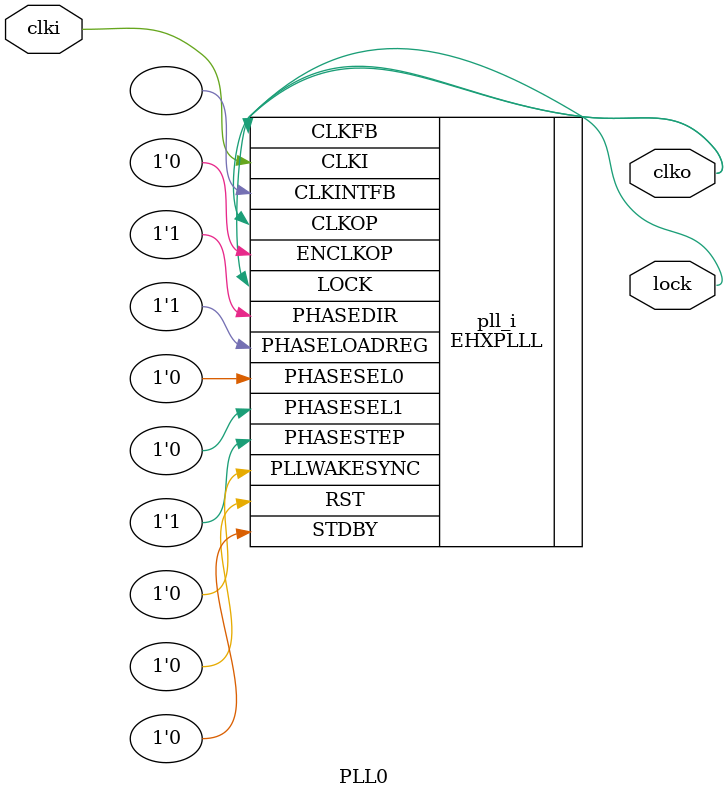
<source format=v>
module PLL0
(
    input clki, // 25 MHz, 0 deg
    output clko, // 50 MHz, 0 deg
    output lock
);
(* FREQUENCY_PIN_CLKI="25" *)
(* FREQUENCY_PIN_CLKOP="50" *)
(* ICP_CURRENT="12" *) (* LPF_RESISTOR="8" *) (* MFG_ENABLE_FILTEROPAMP="1" *) (* MFG_GMCREF_SEL="2" *)
EHXPLLL #(
        .PLLRST_ENA("DISABLED"),
        .INTFB_WAKE("DISABLED"),
        .STDBY_ENABLE("DISABLED"),
        .DPHASE_SOURCE("DISABLED"),
        .OUTDIVIDER_MUXA("DIVA"),
        .OUTDIVIDER_MUXB("DIVB"),
        .OUTDIVIDER_MUXC("DIVC"),
        .OUTDIVIDER_MUXD("DIVD"),
        .CLKI_DIV(1),
        .CLKOP_ENABLE("ENABLED"),
        .CLKOP_DIV(12),
        .CLKOP_CPHASE(5),
        .CLKOP_FPHASE(0),
        .FEEDBK_PATH("CLKOP"),
        .CLKFB_DIV(2)
    ) pll_i (
        .RST(1'b0),
        .STDBY(1'b0),
        .CLKI(clki),
        .CLKOP(clko),
        .CLKFB(clko),
        .CLKINTFB(),
        .PHASESEL0(1'b0),
        .PHASESEL1(1'b0),
        .PHASEDIR(1'b1),
        .PHASESTEP(1'b1),
        .PHASELOADREG(1'b1),
        .PLLWAKESYNC(1'b0),
        .ENCLKOP(1'b0),
        .LOCK(lock)
	);
endmodule

</source>
